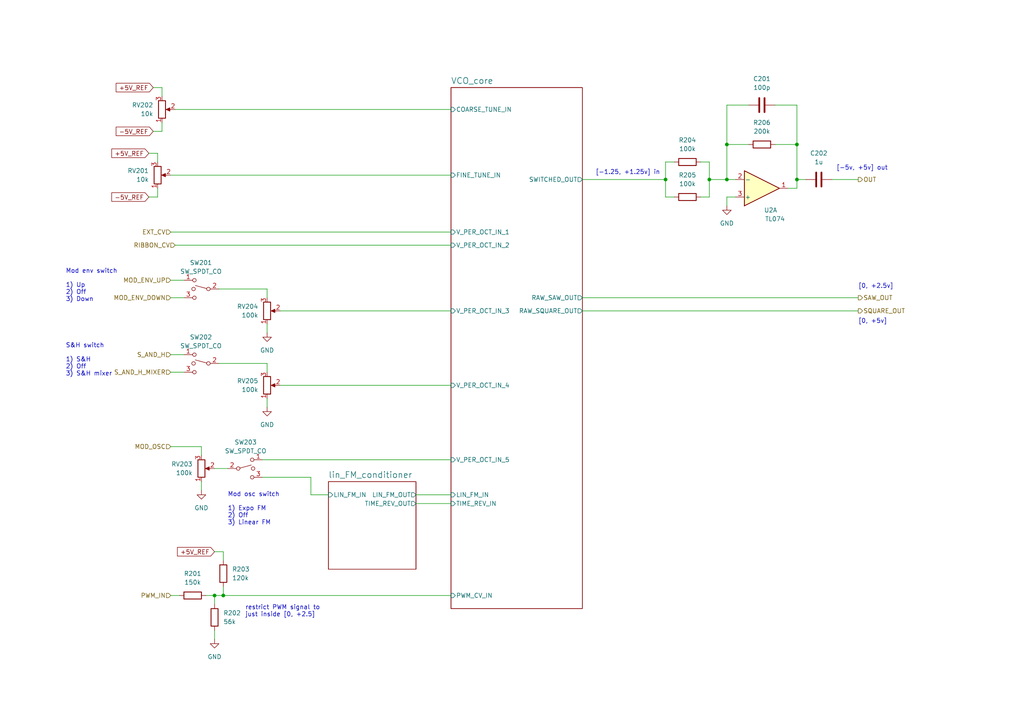
<source format=kicad_sch>
(kicad_sch (version 20211123) (generator eeschema)
  (paper "A4")
  (title_block (title "Josh Ox Ribon Synth Main VCO board") (date "2022-07-07") (rev "0.1") (comment 2 "creativecommons.org/licences/by/4.0") (comment 3 "license: CC by 4.0") (comment 4 "Author: Jordan Acete"))
  (lib_symbols
    (symbol "Amplifier_Operational:TL074" (pin_names (offset 0.127))
      (property "Reference" "U" (at 0 5.08 0))
      (property "Value" "TL074" (at 0 -5.08 0))
      (symbol "TL074_1_1"
        (polyline (pts (xy -5.08 5.08) (xy 5.08 0) (xy -5.08 -5.08) (xy -5.08 5.08)) (stroke (width 0.254)) (fill (type background)))
        (pin output line (at 7.62 0 180) (length 2.54) (name "~") (number "1"))
        (pin input line (at -7.62 -2.54 0) (length 2.54) (name "-") (number "2"))
        (pin input line (at -7.62 2.54 0) (length 2.54) (name "+") (number "3"))
      )
      (symbol "TL074_2_1"
        (polyline (pts (xy -5.08 5.08) (xy 5.08 0) (xy -5.08 -5.08) (xy -5.08 5.08)) (stroke (width 0.254)) (fill (type background)))
        (pin input line (at -7.62 2.54 0) (length 2.54) (name "+") (number "5"))
        (pin input line (at -7.62 -2.54 0) (length 2.54) (name "-") (number "6"))
        (pin output line (at 7.62 0 180) (length 2.54) (name "~") (number "7"))
      )
      (symbol "TL074_3_1"
        (polyline (pts (xy -5.08 5.08) (xy 5.08 0) (xy -5.08 -5.08) (xy -5.08 5.08)) (stroke (width 0.254)) (fill (type background)))
        (pin input line (at -7.62 2.54 0) (length 2.54) (name "+") (number "10"))
        (pin output line (at 7.62 0 180) (length 2.54) (name "~") (number "8"))
        (pin input line (at -7.62 -2.54 0) (length 2.54) (name "-") (number "9"))
      )
      (symbol "TL074_4_1"
        (polyline (pts (xy -5.08 5.08) (xy 5.08 0) (xy -5.08 -5.08) (xy -5.08 5.08)) (stroke (width 0.254)) (fill (type background)))
        (pin input line (at -7.62 2.54 0) (length 2.54) (name "+") (number "12"))
        (pin input line (at -7.62 -2.54 0) (length 2.54) (name "-") (number "13"))
        (pin output line (at 7.62 0 180) (length 2.54) (name "~") (number "14"))
      )
      (symbol "TL074_5_1"
        (pin power_in line (at -2.54 -7.62 90) (length 3.81) (name "V-") (number "11"))
        (pin power_in line (at -2.54 7.62 270) (length 3.81) (name "V+") (number "4"))
      )
    )
    (symbol "Device:C" (pin_numbers hide) (pin_names (offset 0.254))
      (property "Reference" "C" (at 0.635 2.54 0))
      (property "Value" "C" (at 0.635 -2.54 0))
      (symbol "C_0_1"
        (polyline (pts (xy -2.032 -0.762) (xy 2.032 -0.762)) (stroke (width 0.508)))
        (polyline (pts (xy -2.032 0.762) (xy 2.032 0.762)) (stroke (width 0.508)))
      )
      (symbol "C_1_1"
        (pin passive line (at 0 3.81 270) (length 2.794) (name "~") (number "1"))
        (pin passive line (at 0 -3.81 90) (length 2.794) (name "~") (number "2"))
      )
    )
    (symbol "Device:R" (pin_numbers hide) (pin_names (offset 0))
      (property "Reference" "R" (at 2.032 0 90))
      (property "Value" "R" (at 0 0 90))
      (symbol "R_0_1"
        (rectangle (start -1.016 -2.54) (end 1.016 2.54) (stroke (width 0.254)))
      )
      (symbol "R_1_1"
        (pin passive line (at 0 3.81 270) (length 1.27) (name "~") (number "1"))
        (pin passive line (at 0 -3.81 90) (length 1.27) (name "~") (number "2"))
      )
    )
    (symbol "Device:R_Potentiometer" (pin_names (offset 1.016) hide)
      (property "Reference" "RV" (at -4.445 0 90))
      (property "Value" "R_Potentiometer" (at -2.54 0 90))
      (symbol "R_Potentiometer_0_1"
        (polyline (pts (xy 2.54 0) (xy 1.524 0)))
        (polyline (pts (xy 1.143 0) (xy 2.286 0.508) (xy 2.286 -0.508) (xy 1.143 0)) (fill (type outline)))
        (rectangle (start 1.016 2.54) (end -1.016 -2.54) (stroke (width 0.254)))
      )
      (symbol "R_Potentiometer_1_1"
        (pin passive line (at 0 3.81 270) (length 1.27) (name "1") (number "1"))
        (pin passive line (at 3.81 0 180) (length 1.27) (name "2") (number "2"))
        (pin passive line (at 0 -3.81 90) (length 1.27) (name "3") (number "3"))
      )
    )
    (symbol "Switch:SW_SPDT_MSM" (pin_names (offset 0) hide)
      (property "Reference" "SW" (at 0 5.08 0))
      (property "Value" "SW_SPDT_MSM" (at 0 -5.08 0))
      (symbol "SW_SPDT_MSM_0_0"
        (circle (center -2.032 0) (radius 0.508))
        (polyline (pts (xy -1.524 0.127) (xy 1.778 1.016)))
        (circle (center 2.032 -2.54) (radius 0.508))
      )
      (symbol "SW_SPDT_MSM_0_1"
        (circle (center 2.032 2.54) (radius 0.508))
        (circle (center 2.286 0) (radius 0.508))
      )
      (symbol "SW_SPDT_MSM_1_1"
        (pin passive line (at 5.08 2.54 180) (length 2.54) (name "1") (number "1"))
        (pin passive line (at -5.08 0 0) (length 2.54) (name "2") (number "2"))
        (pin passive line (at 5.08 -2.54 180) (length 2.54) (name "3") (number "3"))
      )
    )
    (symbol "power:GND" (power) (pin_names (offset 0))
      (property "Value" "GND" (at 0 -3.81 0))
      (symbol "GND_0_1"
        (polyline (pts (xy 0 0) (xy 0 -1.27) (xy 1.27 -1.27) (xy 0 -2.54) (xy -1.27 -1.27) (xy 0 -1.27)))
      )
      (symbol "GND_1_1"
        (pin power_in line (at 0 0 270) (length 0) hide (name "GND") (number "1"))
      )
    )
  )
  (junction (at 210.82 52.07))
  (junction (at 210.82 41.91))
  (junction (at 205.74 52.07))
  (junction (at 62.23 172.72))
  (junction (at 64.77 172.72))
  (junction (at 193.04 52.07))
  (junction (at 231.14 41.91))
  (junction (at 231.14 52.07))
  (wire (pts (xy 45.72 44.45) (xy 45.72 46.99)))
  (wire (pts (xy 58.42 129.54) (xy 58.42 132.08)))
  (wire (pts (xy 205.74 52.07) (xy 205.74 57.15)))
  (wire (pts (xy 231.14 30.48) (xy 231.14 41.91)))
  (wire (pts (xy 228.6 54.61) (xy 231.14 54.61)))
  (wire (pts (xy 120.65 146.05) (xy 130.81 146.05)))
  (wire (pts (xy 77.47 105.41) (xy 77.47 107.95)))
  (wire (pts (xy 44.45 38.1) (xy 46.99 38.1)))
  (wire (pts (xy 50.8 71.12) (xy 130.81 71.12)))
  (wire (pts (xy 205.74 46.99) (xy 205.74 52.07)))
  (wire (pts (xy 49.53 102.87) (xy 53.34 102.87)))
  (wire (pts (xy 210.82 52.07) (xy 213.36 52.07)))
  (wire (pts (xy 62.23 182.88) (xy 62.23 185.42)))
  (wire (pts (xy 77.47 118.11) (xy 77.47 115.57)))
  (wire (pts (xy 49.53 67.31) (xy 130.81 67.31)))
  (wire (pts (xy 64.77 160.02) (xy 64.77 162.56)))
  (wire (pts (xy 64.77 172.72) (xy 130.81 172.72)))
  (wire (pts (xy 63.5 105.41) (xy 77.47 105.41)))
  (wire (pts (xy 49.53 50.8) (xy 130.81 50.8)))
  (wire (pts (xy 231.14 52.07) (xy 233.68 52.07)))
  (wire (pts (xy 43.18 44.45) (xy 45.72 44.45)))
  (wire (pts (xy 49.53 172.72) (xy 52.07 172.72)))
  (wire (pts (xy 77.47 83.82) (xy 77.47 86.36)))
  (wire (pts (xy 231.14 41.91) (xy 224.79 41.91)))
  (wire (pts (xy 168.91 52.07) (xy 193.04 52.07)))
  (wire (pts (xy 62.23 135.89) (xy 66.04 135.89)))
  (wire (pts (xy 241.3 52.07) (xy 248.92 52.07)))
  (wire (pts (xy 81.28 90.17) (xy 130.81 90.17)))
  (wire (pts (xy 46.99 38.1) (xy 46.99 35.56)))
  (wire (pts (xy 64.77 170.18) (xy 64.77 172.72)))
  (wire (pts (xy 210.82 30.48) (xy 210.82 41.91)))
  (wire (pts (xy 62.23 172.72) (xy 62.23 175.26)))
  (wire (pts (xy 49.53 81.28) (xy 53.34 81.28)))
  (wire (pts (xy 50.8 31.75) (xy 130.81 31.75)))
  (wire (pts (xy 62.23 160.02) (xy 64.77 160.02)))
  (wire (pts (xy 231.14 52.07) (xy 231.14 54.61)))
  (wire (pts (xy 44.45 25.4) (xy 46.99 25.4)))
  (wire (pts (xy 90.17 143.51) (xy 90.17 138.43)))
  (wire (pts (xy 45.72 57.15) (xy 45.72 54.61)))
  (wire (pts (xy 49.53 129.54) (xy 58.42 129.54)))
  (wire (pts (xy 62.23 172.72) (xy 64.77 172.72)))
  (wire (pts (xy 95.25 143.51) (xy 90.17 143.51)))
  (wire (pts (xy 46.99 25.4) (xy 46.99 27.94)))
  (wire (pts (xy 120.65 143.51) (xy 130.81 143.51)))
  (wire (pts (xy 210.82 57.15) (xy 213.36 57.15)))
  (wire (pts (xy 168.91 90.17) (xy 248.92 90.17)))
  (wire (pts (xy 210.82 52.07) (xy 210.82 41.91)))
  (wire (pts (xy 193.04 46.99) (xy 195.58 46.99)))
  (wire (pts (xy 210.82 59.69) (xy 210.82 57.15)))
  (wire (pts (xy 193.04 46.99) (xy 193.04 52.07)))
  (wire (pts (xy 210.82 41.91) (xy 217.17 41.91)))
  (wire (pts (xy 205.74 52.07) (xy 210.82 52.07)))
  (wire (pts (xy 203.2 46.99) (xy 205.74 46.99)))
  (wire (pts (xy 49.53 86.36) (xy 53.34 86.36)))
  (wire (pts (xy 168.91 86.36) (xy 248.92 86.36)))
  (wire (pts (xy 90.17 138.43) (xy 76.2 138.43)))
  (wire (pts (xy 77.47 96.52) (xy 77.47 93.98)))
  (wire (pts (xy 224.79 30.48) (xy 231.14 30.48)))
  (wire (pts (xy 59.69 172.72) (xy 62.23 172.72)))
  (wire (pts (xy 63.5 83.82) (xy 77.47 83.82)))
  (wire (pts (xy 193.04 52.07) (xy 193.04 57.15)))
  (wire (pts (xy 49.53 107.95) (xy 53.34 107.95)))
  (wire (pts (xy 43.18 57.15) (xy 45.72 57.15)))
  (wire (pts (xy 231.14 41.91) (xy 231.14 52.07)))
  (wire (pts (xy 195.58 57.15) (xy 193.04 57.15)))
  (wire (pts (xy 81.28 111.76) (xy 130.81 111.76)))
  (wire (pts (xy 76.2 133.35) (xy 130.81 133.35)))
  (wire (pts (xy 217.17 30.48) (xy 210.82 30.48)))
  (wire (pts (xy 58.42 142.24) (xy 58.42 139.7)))
  (wire (pts (xy 203.2 57.15) (xy 205.74 57.15)))
  (text "[0, +2.5v]" (at 248.92 83.82 0) (effects (font (size 1.27 1.27)) (justify left bottom)))
  (text "Mod osc switch\n\n1) Expo FM\n2) Off\n3) Linear FM" (at 66.04 152.4 0) (effects (font (size 1.27 1.27)) (justify left bottom)))
  (text "restrict PWM signal to \njust inside [0, +2.5]" (at 71.12 179.07 0) (effects (font (size 1.27 1.27)) (justify left bottom)))
  (text "Mod env switch\n\n1) Up\n2) Off\n3) Down" (at 19.05 87.63 0) (effects (font (size 1.27 1.27)) (justify left bottom)))
  (text "[0, +5v]" (at 248.92 93.98 0) (effects (font (size 1.27 1.27)) (justify left bottom)))
  (text "[-1.25, +1.25v] in" (at 172.72 50.8 0) (effects (font (size 1.27 1.27)) (justify left bottom)))
  (text "S&H switch\n\n1) S&H\n2) Off\n3) S&H mixer" (at 19.05 109.22 0) (effects (font (size 1.27 1.27)) (justify left bottom)))
  (text "[-5v, +5v] out" (at 242.57 49.53 0) (effects (font (size 1.27 1.27)) (justify left bottom)))
  (global_label "-5V_REF" (shape input) (at 43.18 57.15 180) (property "Intersheet References" "${INTERSHEET_REFS}" (effects hide)))
  (global_label "+5V_REF" (shape input) (at 43.18 44.45 180) (property "Intersheet References" "${INTERSHEET_REFS}" (effects hide)))
  (global_label "+5V_REF" (shape input) (at 44.45 25.4 180) (property "Intersheet References" "${INTERSHEET_REFS}" (effects hide)))
  (global_label "-5V_REF" (shape input) (at 44.45 38.1 180) (property "Intersheet References" "${INTERSHEET_REFS}" (effects hide)))
  (global_label "+5V_REF" (shape input) (at 62.23 160.02 180) (property "Intersheet References" "${INTERSHEET_REFS}" (effects hide)))
  (hierarchical_label "S_AND_H_MIXER" (shape input) (at 49.53 107.95 180))
  (hierarchical_label "SAW_OUT" (shape output) (at 248.92 86.36 0))
  (hierarchical_label "MOD_OSC" (shape input) (at 49.53 129.54 180))
  (hierarchical_label "MOD_ENV_DOWN" (shape input) (at 49.53 86.36 180))
  (hierarchical_label "RIBBON_CV" (shape input) (at 50.8 71.12 180))
  (hierarchical_label "SQUARE_OUT" (shape output) (at 248.92 90.17 0))
  (hierarchical_label "MOD_ENV_UP" (shape input) (at 49.53 81.28 180))
  (hierarchical_label "PWM_IN" (shape input) (at 49.53 172.72 180))
  (hierarchical_label "OUT" (shape output) (at 248.92 52.07 0))
  (hierarchical_label "EXT_CV" (shape input) (at 49.53 67.31 180))
  (hierarchical_label "S_AND_H" (shape input) (at 49.53 102.87 180))
  (symbol (lib_id "power:GND") (at 77.47 118.11 0) (unit 1)
    (property "Reference" "#PWR0204" (effects hide))
    (property "Value" "GND" (at 77.47 123.19 0))
  )
  (symbol (lib_id "Switch:SW_SPDT_MSM") (at 58.42 83.82 0) (mirror y) (unit 1)
    (property "Reference" "SW201" (at 58.293 76.2 0))
    (property "Value" "SW_SPDT_CO" (at 58.293 78.74 0))
    (property "Footprint" "custom_footprints:SPDT_mini_toggle" (effects hide))
  )
  (symbol (lib_id "Device:C") (at 220.98 30.48 90) (unit 1)
    (property "Reference" "C201" (at 220.98 22.86 90))
    (property "Value" "100p" (at 220.98 25.4 90))
    (property "Footprint" "Capacitor_SMD:C_0805_2012Metric" (effects hide))
  )
  (symbol (lib_id "power:GND") (at 210.82 59.69 0) (unit 1)
    (property "Reference" "#PWR0205" (effects hide))
    (property "Value" "GND" (at 210.82 64.77 0))
  )
  (symbol (lib_id "Device:R") (at 199.39 46.99 90) (unit 1)
    (property "Reference" "R204" (at 199.39 40.64 90))
    (property "Value" "100k" (at 199.39 43.18 90))
    (property "Footprint" "Resistor_SMD:R_0805_2012Metric" (effects hide))
  )
  (symbol (lib_id "power:GND") (at 62.23 185.42 0) (unit 1)
    (property "Reference" "#PWR0202" (effects hide))
    (property "Value" "GND" (at 62.23 190.5 0))
  )
  (symbol (lib_id "Device:R") (at 64.77 166.37 0) (unit 1)
    (property "Reference" "R203" (at 67.31 165.0999 0) (effects (justify left)))
    (property "Value" "120k" (at 67.31 167.6399 0) (effects (justify left)))
    (property "Footprint" "Resistor_SMD:R_0805_2012Metric" (effects hide))
  )
  (symbol (lib_id "Device:R_Potentiometer") (at 58.42 135.89 0) (mirror x) (unit 1)
    (property "Reference" "RV203" (at 55.88 134.6199 0) (effects (justify right)))
    (property "Value" "100k" (at 55.88 137.1599 0) (effects (justify right)))
    (property "Footprint" "Potentiometer_THT:Potentiometer_Alpha_RD901F-40-00D_Single_Vertical" (effects hide))
  )
  (symbol (lib_id "Device:C") (at 237.49 52.07 90) (unit 1)
    (property "Reference" "C202" (at 237.49 44.45 90))
    (property "Value" "1u" (at 237.49 46.99 90))
    (property "Footprint" "Capacitor_THT:C_Rect_L7.2mm_W5.5mm_P5.00mm_FKS2_FKP2_MKS2_MKP2" (effects hide))
  )
  (symbol (lib_id "Device:R_Potentiometer") (at 46.99 31.75 0) (mirror x) (unit 1)
    (property "Reference" "RV202" (at 44.45 30.4799 0) (effects (justify right)))
    (property "Value" "10k" (at 44.45 33.0199 0) (effects (justify right)))
    (property "Footprint" "Potentiometer_THT:Potentiometer_Alpha_RD901F-40-00D_Single_Vertical" (effects hide))
  )
  (symbol (lib_id "Switch:SW_SPDT_MSM") (at 71.12 135.89 0) (unit 1)
    (property "Reference" "SW203" (at 71.247 128.27 0))
    (property "Value" "SW_SPDT_CO" (at 71.247 130.81 0))
    (property "Footprint" "custom_footprints:SPDT_mini_toggle" (effects hide))
  )
  (symbol (lib_id "Device:R_Potentiometer") (at 77.47 90.17 0) (mirror x) (unit 1)
    (property "Reference" "RV204" (at 74.93 88.8999 0) (effects (justify right)))
    (property "Value" "100k" (at 74.93 91.4399 0) (effects (justify right)))
    (property "Footprint" "Potentiometer_THT:Potentiometer_Alpha_RD901F-40-00D_Single_Vertical" (effects hide))
  )
  (symbol (lib_id "Device:R_Potentiometer") (at 45.72 50.8 0) (mirror x) (unit 1)
    (property "Reference" "RV201" (at 43.18 49.5299 0) (effects (justify right)))
    (property "Value" "10k" (at 43.18 52.0699 0) (effects (justify right)))
    (property "Footprint" "Potentiometer_THT:Potentiometer_Alpha_RD901F-40-00D_Single_Vertical" (effects hide))
  )
  (symbol (lib_id "power:GND") (at 58.42 142.24 0) (unit 1)
    (property "Reference" "#PWR0201" (effects hide))
    (property "Value" "GND" (at 58.42 147.32 0))
  )
  (symbol (lib_id "Device:R") (at 220.98 41.91 90) (unit 1)
    (property "Reference" "R206" (at 220.98 35.56 90))
    (property "Value" "200k" (at 220.98 38.1 90))
    (property "Footprint" "Resistor_SMD:R_0805_2012Metric" (effects hide))
  )
  (symbol (lib_id "Amplifier_Operational:TL074") (at 220.98 54.61 0) (mirror x) (unit 1)
    (property "Reference" "U2" (at 223.52 60.96 0))
    (property "Value" "TL074" (at 224.79 63.5 0))
    (property "Footprint" "Package_SO:SOIC-14_3.9x8.7mm_P1.27mm" (effects hide))
    (property "Datasheet" "http://www.ti.com/lit/ds/symlink/tl071.pdf" (effects hide))
  )
  (symbol (lib_id "Switch:SW_SPDT_MSM") (at 58.42 105.41 0) (mirror y) (unit 1)
    (property "Reference" "SW202" (at 58.293 97.79 0))
    (property "Value" "SW_SPDT_CO" (at 58.293 100.33 0))
    (property "Footprint" "custom_footprints:SPDT_mini_toggle" (effects hide))
  )
  (symbol (lib_id "Device:R") (at 199.39 57.15 90) (unit 1)
    (property "Reference" "R205" (at 199.39 50.8 90))
    (property "Value" "100k" (at 199.39 53.34 90))
    (property "Footprint" "Resistor_SMD:R_0805_2012Metric" (effects hide))
  )
  (symbol (lib_id "power:GND") (at 77.47 96.52 0) (unit 1)
    (property "Reference" "#PWR0203" (effects hide))
    (property "Value" "GND" (at 77.47 101.6 0))
  )
  (symbol (lib_id "Device:R") (at 55.88 172.72 90) (unit 1)
    (property "Reference" "R201" (at 55.88 166.37 90))
    (property "Value" "150k" (at 55.88 168.91 90))
    (property "Footprint" "Resistor_SMD:R_0805_2012Metric" (effects hide))
  )
  (symbol (lib_id "Device:R") (at 62.23 179.07 0) (unit 1)
    (property "Reference" "R202" (at 64.77 177.7999 0) (effects (justify left)))
    (property "Value" "56k" (at 64.77 180.3399 0) (effects (justify left)))
    (property "Footprint" "Resistor_SMD:R_0805_2012Metric" (effects hide))
  )
  (symbol (lib_id "Device:R_Potentiometer") (at 77.47 111.76 0) (mirror x) (unit 1)
    (property "Reference" "RV205" (at 74.93 110.4899 0) (effects (justify right)))
    (property "Value" "100k" (at 74.93 113.0299 0) (effects (justify right)))
    (property "Footprint" "Potentiometer_THT:Potentiometer_Alpha_RD901F-40-00D_Single_Vertical" (effects hide))
  )
  (sheet (at 130.81 25.4) (size 38.1 151.13) (stroke (width 0.1524))
    (property "Sheet name" "VCO_core" (at 130.81 24.4484 0) (effects (font (size 1.75 1.75)) (justify left bottom)))
    (property "Sheet file" "VCO_core.kicad_sch" (effects hide))
    (pin "PWM_CV_IN" input (at 130.81 172.72 180))
    (pin "COARSE_TUNE_IN" input (at 130.81 31.75 180))
    (pin "FINE_TUNE_IN" input (at 130.81 50.8 180))
    (pin "TIME_REV_IN" input (at 130.81 146.05 180))
    (pin "LIN_FM_IN" input (at 130.81 143.51 180))
    (pin "RAW_SQUARE_OUT" output (at 168.91 90.17 0))
    (pin "RAW_SAW_OUT" output (at 168.91 86.36 0))
    (pin "SWITCHED_OUT" output (at 168.91 52.07 0))
    (pin "V_PER_OCT_IN_2" input (at 130.81 71.12 180))
    (pin "V_PER_OCT_IN_1" input (at 130.81 67.31 180))
    (pin "V_PER_OCT_IN_5" input (at 130.81 133.35 180))
    (pin "V_PER_OCT_IN_3" input (at 130.81 90.17 180))
    (pin "V_PER_OCT_IN_4" input (at 130.81 111.76 180))
  )
  (sheet (at 95.25 139.7) (size 25.4 25.4) (stroke (width 0.1524))
    (property "Sheet name" "lin_FM_conditioner" (at 95.25 138.7484 0) (effects (font (size 1.75 1.75)) (justify left bottom)))
    (property "Sheet file" "lin_FM_conditioner.kicad_sch" (effects hide))
    (pin "LIN_FM_OUT" output (at 120.65 143.51 0))
    (pin "TIME_REV_OUT" output (at 120.65 146.05 0))
    (pin "LIN_FM_IN" input (at 95.25 143.51 180))
  )
)
</source>
